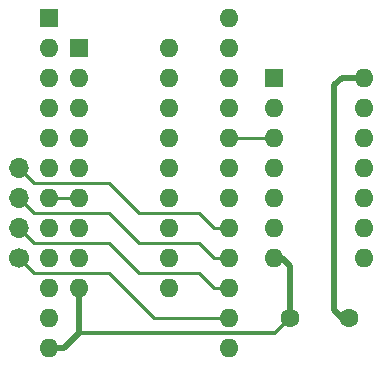
<source format=gbr>
G04 #@! TF.GenerationSoftware,KiCad,Pcbnew,(5.1.4)-1*
G04 #@! TF.CreationDate,2020-10-11T13:25:07+02:00*
G04 #@! TF.ProjectId,ram-adapter,72616d2d-6164-4617-9074-65722e6b6963,rev?*
G04 #@! TF.SameCoordinates,Original*
G04 #@! TF.FileFunction,Copper,L1,Top*
G04 #@! TF.FilePolarity,Positive*
%FSLAX46Y46*%
G04 Gerber Fmt 4.6, Leading zero omitted, Abs format (unit mm)*
G04 Created by KiCad (PCBNEW (5.1.4)-1) date 2020-10-11 13:25:07*
%MOMM*%
%LPD*%
G04 APERTURE LIST*
%ADD10O,1.600000X1.600000*%
%ADD11R,1.600000X1.600000*%
%ADD12C,1.600000*%
%ADD13O,1.700000X1.700000*%
%ADD14C,1.700000*%
%ADD15C,0.500000*%
%ADD16C,0.350000*%
%ADD17C,0.250000*%
G04 APERTURE END LIST*
D10*
X114300000Y-54610000D03*
X99060000Y-82550000D03*
X114300000Y-57150000D03*
X99060000Y-80010000D03*
X114300000Y-59690000D03*
X99060000Y-77470000D03*
X114300000Y-62230000D03*
X99060000Y-74930000D03*
X114300000Y-64770000D03*
X99060000Y-72390000D03*
X114300000Y-67310000D03*
X99060000Y-69850000D03*
X114300000Y-69850000D03*
X99060000Y-67310000D03*
X114300000Y-72390000D03*
X99060000Y-64770000D03*
X114300000Y-74930000D03*
X99060000Y-62230000D03*
X114300000Y-77470000D03*
X99060000Y-59690000D03*
X114300000Y-80010000D03*
X99060000Y-57150000D03*
X114300000Y-82550000D03*
D11*
X99060000Y-54610000D03*
D12*
X119460000Y-80010000D03*
X124460000Y-80010000D03*
D13*
X96520000Y-67310000D03*
X96520000Y-69850000D03*
X96520000Y-72390000D03*
D14*
X96520000Y-74930000D03*
D10*
X109220000Y-57150000D03*
X101600000Y-77470000D03*
X109220000Y-59690000D03*
X101600000Y-74930000D03*
X109220000Y-62230000D03*
X101600000Y-72390000D03*
X109220000Y-64770000D03*
X101600000Y-69850000D03*
X109220000Y-67310000D03*
X101600000Y-67310000D03*
X109220000Y-69850000D03*
X101600000Y-64770000D03*
X109220000Y-72390000D03*
X101600000Y-62230000D03*
X109220000Y-74930000D03*
X101600000Y-59690000D03*
X109220000Y-77470000D03*
D11*
X101600000Y-57150000D03*
D10*
X125730000Y-59690000D03*
X118110000Y-74930000D03*
X125730000Y-62230000D03*
X118110000Y-72390000D03*
X125730000Y-64770000D03*
X118110000Y-69850000D03*
X125730000Y-67310000D03*
X118110000Y-67310000D03*
X125730000Y-69850000D03*
X118110000Y-64770000D03*
X125730000Y-72390000D03*
X118110000Y-62230000D03*
X125730000Y-74930000D03*
D11*
X118110000Y-59690000D03*
D15*
X101600000Y-81280000D02*
X101600000Y-77470000D01*
X99060000Y-82550000D02*
X100330000Y-82550000D01*
X100330000Y-82550000D02*
X101600000Y-81280000D01*
D16*
X118110000Y-81280000D02*
X101600000Y-81280000D01*
X118190000Y-81280000D02*
X119460000Y-80010000D01*
D17*
X118110000Y-81280000D02*
X118190000Y-81280000D01*
D15*
X119460000Y-80010000D02*
X119460000Y-75645000D01*
X119460000Y-75645000D02*
X118745000Y-74930000D01*
D17*
X118745000Y-74930000D02*
X118110000Y-74930000D01*
D15*
X123190000Y-60325000D02*
X123190000Y-78740000D01*
X125730000Y-59690000D02*
X123825000Y-59690000D01*
X123825000Y-59690000D02*
X123190000Y-60325000D01*
X123190000Y-78740000D02*
X123190000Y-79375000D01*
X123190000Y-79375000D02*
X123825000Y-80010000D01*
D17*
X101600000Y-69850000D02*
X99060000Y-69850000D01*
X114300000Y-64770000D02*
X116840000Y-64770000D01*
X116840000Y-64770000D02*
X118110000Y-64770000D01*
X96520000Y-67310000D02*
X97790000Y-68580000D01*
X97790000Y-68580000D02*
X104140000Y-68580000D01*
X104140000Y-68580000D02*
X106680000Y-71120000D01*
X106680000Y-71120000D02*
X111760000Y-71120000D01*
X111760000Y-71120000D02*
X113030000Y-72390000D01*
X113030000Y-72390000D02*
X114300000Y-72390000D01*
X96520000Y-69850000D02*
X97790000Y-71120000D01*
X97790000Y-71120000D02*
X104140000Y-71120000D01*
X104140000Y-71120000D02*
X106680000Y-73660000D01*
X106680000Y-73660000D02*
X111760000Y-73660000D01*
X111760000Y-73660000D02*
X113030000Y-74930000D01*
X113030000Y-74930000D02*
X114300000Y-74930000D01*
X96520000Y-72390000D02*
X97790000Y-73660000D01*
X97790000Y-73660000D02*
X104140000Y-73660000D01*
X104140000Y-73660000D02*
X106680000Y-76200000D01*
X106680000Y-76200000D02*
X111760000Y-76200000D01*
X111760000Y-76200000D02*
X113030000Y-77470000D01*
X113030000Y-77470000D02*
X114300000Y-77470000D01*
X96520000Y-74930000D02*
X97790000Y-76200000D01*
X97790000Y-76200000D02*
X104140000Y-76200000D01*
X104140000Y-76200000D02*
X107950000Y-80010000D01*
X107950000Y-80010000D02*
X114300000Y-80010000D01*
M02*

</source>
